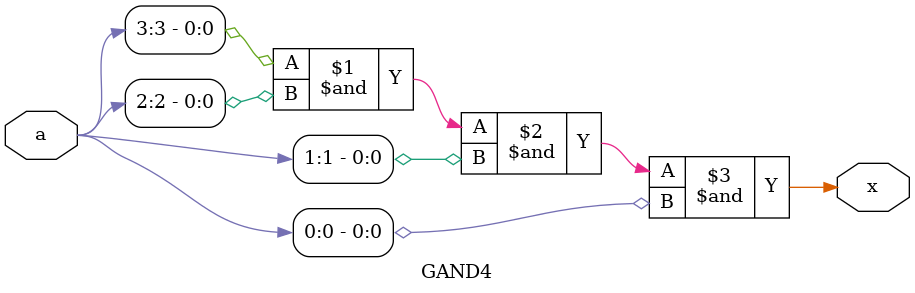
<source format=v>

module GAND4(a,x);
	input [3:0] a;
	output x;
//ASIGNACIONES
assign x= a[3]&a[2]&a[1]&a[0];
endmodule

</source>
